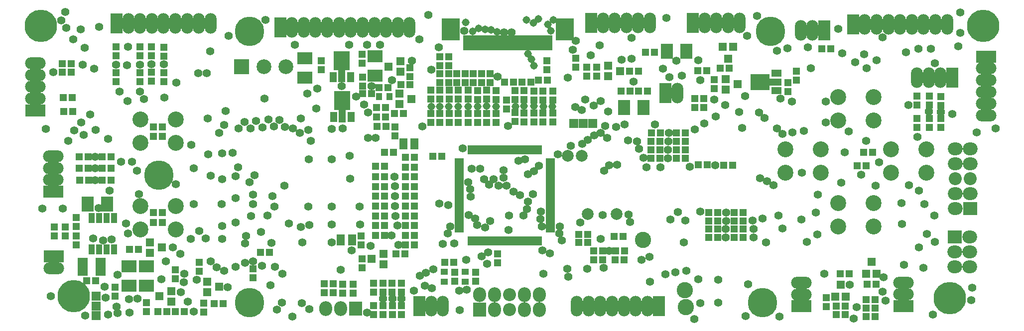
<source format=gts>
G04 (created by PCBNEW-RS274X (2011-11-27 BZR 3249)-stable) date 7/05/2012 8:41:18 p.m.*
G01*
G70*
G90*
%MOIN*%
G04 Gerber Fmt 3.4, Leading zero omitted, Abs format*
%FSLAX34Y34*%
G04 APERTURE LIST*
%ADD10C,0.020000*%
%ADD11C,0.106600*%
%ADD12O,0.079100X0.138100*%
%ADD13R,0.079100X0.138100*%
%ADD14R,0.055000X0.075000*%
%ADD15R,0.045000X0.051500*%
%ADD16R,0.051500X0.045000*%
%ADD17C,0.108600*%
%ADD18R,0.056000X0.056000*%
%ADD19R,0.094800X0.086900*%
%ADD20O,0.098700X0.086900*%
%ADD21C,0.086900*%
%ADD22R,0.060000X0.030000*%
%ADD23R,0.030000X0.060000*%
%ADD24R,0.030000X0.100000*%
%ADD25R,0.120000X0.150000*%
%ADD26R,0.047600X0.067200*%
%ADD27R,0.047600X0.098700*%
%ADD28R,0.106600X0.130300*%
%ADD29C,0.197200*%
%ADD30C,0.216900*%
%ADD31R,0.040000X0.065000*%
%ADD32R,0.059400X0.059400*%
%ADD33O,0.138100X0.079100*%
%ADD34R,0.138100X0.079100*%
%ADD35C,0.079100*%
%ADD36R,0.067200X0.047600*%
%ADD37R,0.098700X0.047600*%
%ADD38R,0.130300X0.106600*%
%ADD39R,0.051500X0.043600*%
%ADD40R,0.098700X0.098700*%
%ADD41C,0.098700*%
%ADD42R,0.086900X0.094800*%
%ADD43O,0.086900X0.098700*%
%ADD44R,0.100000X0.080000*%
%ADD45R,0.080000X0.100000*%
%ADD46R,0.070000X0.120000*%
%ADD47R,0.043600X0.051500*%
%ADD48C,0.055400*%
%ADD49C,0.051500*%
G04 APERTURE END LIST*
G54D10*
G54D11*
X66890Y-25276D03*
X66890Y-26850D03*
X69252Y-25276D03*
X69252Y-26850D03*
X72795Y-23267D03*
X72795Y-21693D03*
X70433Y-23267D03*
X70433Y-21693D03*
X20197Y-25473D03*
X20197Y-27047D03*
X22559Y-25473D03*
X22559Y-27047D03*
X20197Y-19685D03*
X20197Y-21259D03*
X22559Y-19685D03*
X22559Y-21259D03*
X69252Y-19763D03*
X69252Y-18189D03*
X66890Y-19763D03*
X66890Y-18189D03*
X65709Y-23267D03*
X65709Y-21693D03*
X63347Y-23267D03*
X63347Y-21693D03*
G54D12*
X20162Y-13260D03*
X19375Y-13260D03*
G54D13*
X18587Y-13260D03*
G54D12*
X20949Y-13260D03*
X21737Y-13260D03*
X22524Y-13260D03*
X23311Y-13260D03*
X24098Y-13260D03*
X24886Y-13260D03*
G54D14*
X34342Y-27756D03*
X33592Y-27756D03*
X38525Y-21315D03*
X37775Y-21315D03*
G54D15*
X36510Y-27450D03*
X35910Y-27450D03*
X36510Y-26800D03*
X35910Y-26800D03*
X36510Y-24832D03*
X35910Y-24832D03*
X36510Y-23523D03*
X35910Y-23523D03*
G54D16*
X35035Y-15322D03*
X35035Y-15922D03*
G54D15*
X36510Y-26151D03*
X35910Y-26151D03*
X36510Y-25491D03*
X35910Y-25491D03*
X36510Y-24173D03*
X35910Y-24173D03*
X36509Y-22815D03*
X35909Y-22815D03*
X50133Y-27392D03*
X49533Y-27392D03*
X51897Y-27539D03*
X52497Y-27539D03*
G54D16*
X32293Y-15753D03*
X32293Y-16353D03*
X34951Y-27476D03*
X34951Y-28076D03*
G54D15*
X49533Y-27933D03*
X50133Y-27933D03*
X38518Y-28090D03*
X37918Y-28090D03*
X35644Y-17953D03*
X35044Y-17953D03*
X15064Y-19144D03*
X15664Y-19144D03*
X59228Y-22740D03*
X59828Y-22740D03*
G54D16*
X36413Y-32141D03*
X36413Y-32741D03*
G54D15*
X51964Y-29085D03*
X52564Y-29085D03*
X14956Y-16535D03*
X15556Y-16535D03*
X53529Y-17795D03*
X54129Y-17795D03*
G54D16*
X37043Y-32141D03*
X37043Y-32741D03*
X37665Y-32141D03*
X37665Y-32741D03*
X47386Y-16367D03*
X47386Y-15767D03*
G54D15*
X45162Y-17173D03*
X44562Y-17173D03*
G54D16*
X43021Y-16620D03*
X43021Y-17220D03*
X41918Y-16620D03*
X41918Y-17220D03*
X43572Y-16620D03*
X43572Y-17220D03*
X42470Y-16620D03*
X42470Y-17220D03*
X41367Y-16620D03*
X41367Y-17220D03*
G54D15*
X47426Y-17043D03*
X46826Y-17043D03*
X45708Y-17181D03*
X46308Y-17181D03*
X37111Y-21894D03*
X36511Y-21894D03*
X37918Y-22224D03*
X38518Y-22224D03*
X38508Y-27450D03*
X37908Y-27450D03*
X38518Y-26151D03*
X37918Y-26151D03*
X38518Y-24832D03*
X37918Y-24832D03*
X38518Y-23523D03*
X37918Y-23523D03*
G54D16*
X37035Y-30653D03*
X37035Y-31253D03*
G54D15*
X38518Y-26800D03*
X37918Y-26800D03*
X38519Y-25491D03*
X37919Y-25491D03*
X38518Y-24173D03*
X37918Y-24173D03*
X38518Y-22873D03*
X37918Y-22873D03*
X57516Y-22736D03*
X58131Y-22736D03*
G54D16*
X36410Y-30657D03*
X36410Y-31257D03*
X37658Y-30657D03*
X37658Y-31257D03*
G54D15*
X50517Y-28484D03*
X51117Y-28484D03*
X50527Y-29085D03*
X51127Y-29085D03*
X52919Y-16466D03*
X53519Y-16466D03*
G54D16*
X50728Y-16796D03*
X50728Y-16196D03*
X49321Y-15576D03*
X49321Y-16176D03*
X40816Y-15478D03*
X40816Y-16078D03*
X40816Y-17220D03*
X40816Y-16620D03*
X40226Y-17219D03*
X40226Y-16619D03*
X40217Y-15487D03*
X40217Y-16087D03*
X39626Y-19291D03*
X39626Y-19891D03*
X40843Y-19291D03*
X40843Y-19891D03*
X42114Y-19283D03*
X42114Y-19883D03*
X43366Y-19275D03*
X43366Y-19875D03*
X39626Y-17735D03*
X39626Y-18335D03*
X40843Y-17735D03*
X40843Y-18335D03*
X42110Y-17735D03*
X42110Y-18335D03*
X43366Y-17735D03*
X43366Y-18335D03*
X40220Y-19287D03*
X40220Y-19887D03*
X41461Y-19283D03*
X41461Y-19883D03*
X42748Y-19275D03*
X42748Y-19875D03*
X43988Y-19275D03*
X43988Y-19875D03*
X40228Y-17735D03*
X40228Y-18335D03*
X41461Y-17728D03*
X41461Y-18328D03*
X42740Y-17743D03*
X42740Y-18343D03*
X43980Y-17751D03*
X43980Y-18351D03*
X47130Y-19263D03*
X47130Y-19863D03*
X45866Y-19247D03*
X45866Y-19847D03*
X47783Y-19263D03*
X47783Y-19863D03*
X46504Y-19255D03*
X46504Y-19855D03*
X45264Y-19239D03*
X45264Y-19839D03*
X47780Y-17783D03*
X47780Y-18383D03*
X46504Y-17779D03*
X46504Y-18379D03*
X45264Y-17763D03*
X45264Y-18363D03*
X47122Y-17787D03*
X47122Y-18387D03*
X45870Y-17771D03*
X45870Y-18371D03*
G54D15*
X52338Y-17805D03*
X52938Y-17805D03*
X14966Y-15965D03*
X15566Y-15965D03*
X15615Y-18228D03*
X15015Y-18228D03*
X67623Y-30039D03*
X67023Y-30039D03*
X68745Y-31742D03*
X69345Y-31742D03*
G54D16*
X66101Y-31629D03*
X66101Y-32229D03*
G54D15*
X66747Y-32756D03*
X67347Y-32756D03*
X68755Y-32323D03*
X69355Y-32323D03*
G54D17*
X53807Y-27764D03*
G54D15*
X68755Y-32874D03*
X69355Y-32874D03*
G54D18*
X69464Y-30026D03*
X68764Y-30026D03*
X69114Y-29226D03*
X67396Y-31542D03*
X66696Y-31542D03*
X67046Y-30742D03*
X51500Y-16806D03*
X51500Y-16106D03*
X52300Y-16456D03*
G54D16*
X18490Y-30910D03*
X18490Y-31510D03*
G54D15*
X20050Y-28380D03*
X19450Y-28380D03*
G54D18*
X20812Y-28618D03*
X20812Y-27918D03*
X21612Y-28268D03*
G54D15*
X57298Y-18278D03*
X57898Y-18278D03*
X57294Y-18898D03*
X57894Y-18898D03*
X54591Y-15201D03*
X53991Y-15201D03*
X52574Y-28484D03*
X51974Y-28484D03*
G54D19*
X75736Y-25671D03*
G54D20*
X74736Y-25671D03*
X75736Y-24671D03*
X74736Y-24671D03*
G54D21*
X75736Y-23671D03*
X74736Y-23671D03*
G54D20*
X75736Y-22671D03*
X74736Y-22671D03*
X75736Y-21671D03*
X74736Y-21671D03*
G54D16*
X73750Y-18145D03*
X73750Y-18745D03*
G54D22*
X41527Y-27134D03*
X41527Y-22414D03*
X41527Y-22614D03*
X41527Y-22804D03*
X41527Y-23004D03*
X41527Y-23204D03*
X41527Y-23394D03*
X41527Y-23594D03*
X41527Y-23794D03*
X41527Y-23984D03*
X41527Y-24184D03*
X41527Y-24384D03*
X41527Y-24584D03*
X41527Y-24774D03*
X41527Y-24974D03*
X41527Y-25174D03*
X41527Y-25364D03*
X41527Y-25564D03*
X41527Y-25764D03*
X41527Y-25954D03*
X41527Y-26154D03*
X41527Y-26354D03*
X41527Y-26544D03*
X41527Y-26744D03*
X41527Y-26944D03*
G54D23*
X42217Y-21724D03*
X46937Y-21724D03*
X46737Y-21724D03*
X46547Y-21724D03*
X46347Y-21724D03*
X46147Y-21724D03*
X45957Y-21724D03*
X45757Y-21724D03*
X45557Y-21724D03*
X45367Y-21724D03*
X45167Y-21724D03*
X44967Y-21724D03*
X44767Y-21724D03*
X44577Y-21724D03*
X44377Y-21724D03*
X44177Y-21724D03*
X43987Y-21724D03*
X43787Y-21724D03*
X43587Y-21724D03*
X43397Y-21724D03*
X43197Y-21724D03*
X42997Y-21724D03*
X42807Y-21724D03*
X42607Y-21724D03*
X42407Y-21724D03*
X42217Y-27824D03*
X42417Y-27824D03*
X42607Y-27824D03*
X42807Y-27824D03*
X43007Y-27824D03*
X43197Y-27824D03*
X43397Y-27824D03*
X43597Y-27824D03*
X43787Y-27824D03*
X43987Y-27824D03*
X44187Y-27824D03*
X44387Y-27824D03*
X44577Y-27824D03*
X44777Y-27824D03*
X44977Y-27824D03*
X45167Y-27824D03*
X45367Y-27824D03*
X45567Y-27824D03*
X45757Y-27824D03*
X45957Y-27824D03*
X46157Y-27824D03*
X46347Y-27824D03*
X46547Y-27824D03*
X46747Y-27824D03*
X46937Y-27824D03*
G54D22*
X47627Y-27134D03*
X47627Y-26934D03*
X47627Y-26744D03*
X47627Y-26544D03*
X47627Y-26344D03*
X47627Y-26154D03*
X47627Y-25954D03*
X47627Y-25754D03*
X47627Y-25564D03*
X47627Y-25364D03*
X47627Y-25164D03*
X47627Y-24964D03*
X47627Y-24774D03*
X47627Y-24574D03*
X47627Y-24374D03*
X47627Y-24184D03*
X47627Y-23984D03*
X47627Y-23784D03*
X47627Y-23594D03*
X47627Y-23394D03*
X47627Y-23194D03*
X47627Y-23004D03*
X47627Y-22804D03*
X47627Y-22604D03*
X47627Y-22414D03*
G54D19*
X74697Y-27553D03*
G54D20*
X75697Y-27553D03*
X74697Y-28553D03*
X75697Y-28553D03*
X74697Y-29553D03*
X75697Y-29553D03*
G54D24*
X43878Y-14548D03*
X44078Y-14548D03*
X44273Y-14548D03*
X44468Y-14548D03*
X44668Y-14548D03*
X44863Y-14548D03*
X45058Y-14548D03*
X45258Y-14548D03*
X45453Y-14548D03*
X45648Y-14548D03*
X43681Y-14548D03*
X45848Y-14548D03*
X46043Y-14548D03*
X43484Y-14548D03*
X47618Y-14548D03*
X46238Y-14548D03*
X46438Y-14548D03*
X46633Y-14548D03*
X46828Y-14548D03*
X47028Y-14548D03*
X47223Y-14548D03*
X47418Y-14548D03*
X43287Y-14548D03*
X43091Y-14548D03*
X42894Y-14548D03*
X42697Y-14548D03*
X42500Y-14548D03*
X42303Y-14548D03*
X42106Y-14548D03*
X41909Y-14548D03*
G54D25*
X48588Y-13668D03*
X40958Y-13668D03*
G54D26*
X33078Y-16854D03*
G54D27*
X33669Y-16697D03*
G54D26*
X34260Y-16854D03*
G54D28*
X33669Y-15752D03*
G54D26*
X33110Y-19537D03*
G54D27*
X33701Y-19380D03*
G54D26*
X34292Y-19537D03*
G54D28*
X33701Y-18435D03*
G54D15*
X16088Y-22972D03*
X16688Y-22972D03*
X16117Y-23750D03*
X16717Y-23750D03*
G54D16*
X72156Y-18125D03*
X72156Y-18725D03*
G54D15*
X16088Y-22175D03*
X16688Y-22175D03*
G54D16*
X72972Y-18135D03*
X72972Y-18735D03*
G54D15*
X17604Y-22943D03*
X18204Y-22943D03*
X17613Y-23750D03*
X18213Y-23750D03*
G54D16*
X72165Y-19611D03*
X72165Y-20211D03*
G54D15*
X17604Y-22175D03*
X18204Y-22175D03*
G54D16*
X72972Y-19611D03*
X72972Y-20211D03*
X73750Y-19611D03*
X73750Y-20211D03*
G54D15*
X40343Y-22154D03*
X39743Y-22154D03*
G54D29*
X62362Y-13780D03*
G54D30*
X76575Y-13425D03*
G54D29*
X61811Y-31969D03*
G54D30*
X74370Y-31654D03*
G54D29*
X27480Y-31969D03*
G54D30*
X15709Y-31535D03*
G54D29*
X21417Y-23425D03*
G54D30*
X13504Y-13425D03*
G54D29*
X27480Y-13780D03*
G54D16*
X15894Y-27483D03*
X15894Y-28083D03*
X15890Y-26247D03*
X15890Y-26847D03*
G54D31*
X16919Y-26296D03*
X16919Y-28396D03*
X17419Y-26296D03*
X17919Y-26296D03*
X18419Y-26296D03*
X17419Y-28396D03*
X17919Y-28396D03*
X18419Y-28396D03*
G54D15*
X16602Y-30488D03*
X17202Y-30488D03*
G54D16*
X15161Y-26885D03*
X15161Y-27485D03*
X24130Y-29859D03*
X24130Y-29259D03*
X20579Y-32540D03*
X20579Y-31940D03*
G54D15*
X23119Y-32551D03*
X22519Y-32551D03*
X21342Y-32551D03*
X21942Y-32551D03*
X25106Y-32020D03*
X25706Y-32020D03*
G54D16*
X24421Y-31976D03*
X24421Y-32576D03*
G54D18*
X24651Y-31240D03*
X24651Y-30540D03*
X25451Y-30890D03*
X22239Y-31189D03*
X22239Y-31889D03*
X21439Y-31539D03*
G54D16*
X35791Y-30661D03*
X35791Y-31261D03*
X35780Y-32741D03*
X35780Y-32141D03*
X34413Y-31324D03*
X34413Y-30724D03*
X33736Y-31316D03*
X33736Y-30716D03*
X33091Y-31305D03*
X33091Y-30705D03*
X32472Y-31297D03*
X32472Y-30697D03*
X50039Y-16192D03*
X50039Y-16792D03*
G54D17*
X56618Y-31114D03*
X56689Y-32244D03*
G54D32*
X17205Y-32173D03*
X17205Y-32813D03*
X17205Y-31533D03*
G54D16*
X58571Y-17027D03*
X58571Y-17627D03*
G54D12*
X51925Y-13216D03*
X51138Y-13216D03*
G54D13*
X50350Y-13216D03*
G54D12*
X52712Y-13216D03*
X53500Y-13216D03*
X54287Y-13216D03*
X69454Y-13331D03*
X68667Y-13331D03*
G54D13*
X67879Y-13331D03*
G54D12*
X70241Y-13331D03*
X71029Y-13331D03*
X71816Y-13331D03*
X72603Y-13331D03*
X73390Y-13331D03*
X74178Y-13331D03*
G54D33*
X76795Y-17055D03*
X76795Y-16268D03*
G54D34*
X76795Y-15480D03*
G54D33*
X76795Y-17842D03*
X76795Y-18630D03*
X76795Y-19417D03*
G54D12*
X31114Y-13520D03*
X30326Y-13520D03*
G54D13*
X29539Y-13520D03*
G54D12*
X31901Y-13520D03*
X32689Y-13520D03*
X33476Y-13520D03*
X34263Y-13520D03*
X35051Y-13520D03*
X35838Y-13520D03*
X36626Y-13520D03*
X37413Y-13520D03*
X38200Y-13520D03*
G54D33*
X13142Y-17504D03*
X13142Y-18291D03*
G54D34*
X13142Y-19079D03*
G54D33*
X13142Y-16717D03*
X13142Y-15929D03*
X14399Y-29654D03*
G54D34*
X14399Y-28866D03*
G54D33*
X71252Y-30611D03*
X71252Y-31398D03*
G54D34*
X71252Y-32186D03*
G54D33*
X64413Y-30626D03*
X64413Y-31413D03*
G54D34*
X64413Y-32201D03*
G54D12*
X72945Y-16882D03*
X73732Y-16882D03*
G54D13*
X74520Y-16882D03*
G54D12*
X72158Y-16882D03*
X53326Y-32201D03*
X54113Y-32201D03*
G54D13*
X54901Y-32201D03*
G54D12*
X52539Y-32201D03*
X51751Y-32201D03*
X50964Y-32201D03*
X50177Y-32201D03*
X49390Y-32201D03*
X56107Y-17912D03*
G54D13*
X55319Y-17912D03*
G54D35*
X50133Y-26035D03*
X52055Y-26035D03*
G54D15*
X54366Y-21153D03*
X54966Y-21153D03*
X54362Y-22291D03*
X54962Y-22291D03*
X58232Y-26480D03*
X58832Y-26480D03*
X58221Y-27586D03*
X58821Y-27586D03*
X54378Y-20582D03*
X54978Y-20582D03*
X54362Y-21724D03*
X54962Y-21724D03*
X58228Y-25917D03*
X58828Y-25917D03*
X58225Y-27031D03*
X58825Y-27031D03*
G54D16*
X20146Y-17150D03*
X20146Y-16550D03*
X21756Y-17146D03*
X21756Y-16546D03*
G54D15*
X21658Y-26598D03*
X21058Y-26598D03*
G54D16*
X18563Y-17158D03*
X18563Y-16558D03*
X20921Y-17139D03*
X20921Y-16539D03*
G54D15*
X21658Y-20835D03*
X21058Y-20835D03*
G54D16*
X18559Y-15434D03*
X18559Y-14834D03*
X20921Y-15434D03*
X20921Y-14834D03*
G54D15*
X21650Y-20205D03*
X21050Y-20205D03*
X56054Y-20578D03*
X56654Y-20578D03*
X56051Y-21728D03*
X56651Y-21728D03*
X59921Y-25916D03*
X60521Y-25916D03*
X59924Y-27035D03*
X60524Y-27035D03*
G54D16*
X20142Y-15434D03*
X20142Y-14834D03*
X21752Y-15454D03*
X21752Y-14854D03*
G54D15*
X21639Y-25933D03*
X21039Y-25933D03*
X56051Y-21149D03*
X56651Y-21149D03*
X56051Y-22287D03*
X56651Y-22287D03*
X59924Y-26476D03*
X60524Y-26476D03*
X59909Y-27590D03*
X60509Y-27590D03*
G54D36*
X62760Y-17764D03*
G54D37*
X62603Y-17173D03*
G54D36*
X62760Y-16582D03*
G54D38*
X61658Y-17173D03*
G54D16*
X64075Y-17056D03*
X64075Y-16456D03*
X63524Y-17212D03*
X63524Y-17812D03*
G54D15*
X58995Y-16272D03*
X59595Y-16272D03*
G54D12*
X64374Y-13721D03*
X65161Y-13721D03*
G54D13*
X65949Y-13721D03*
G54D18*
X59352Y-17673D03*
X59352Y-16973D03*
X60152Y-17323D03*
G54D32*
X49819Y-19969D03*
X50459Y-19969D03*
X49179Y-19969D03*
G54D15*
X65798Y-14969D03*
X66398Y-14969D03*
G54D33*
X14342Y-22945D03*
X14342Y-23732D03*
G54D34*
X14342Y-24520D03*
G54D33*
X14342Y-22158D03*
G54D16*
X42606Y-29928D03*
X42606Y-30528D03*
G54D15*
X41158Y-29260D03*
X40558Y-29260D03*
G54D16*
X41212Y-29917D03*
X41212Y-30517D03*
G54D12*
X40429Y-32177D03*
X39642Y-32177D03*
G54D13*
X38854Y-32177D03*
G54D16*
X27732Y-30304D03*
X27732Y-29704D03*
G54D15*
X69186Y-21894D03*
X68586Y-21894D03*
X28831Y-28598D03*
X28231Y-28598D03*
X68753Y-22780D03*
X68153Y-22780D03*
X67346Y-32205D03*
X66746Y-32205D03*
G54D39*
X41933Y-29893D03*
X41933Y-30563D03*
X40519Y-29893D03*
X40519Y-30563D03*
G54D16*
X14421Y-26885D03*
X14421Y-27485D03*
X22524Y-30367D03*
X22524Y-29767D03*
X35016Y-29023D03*
X35016Y-29623D03*
G54D18*
X36463Y-28674D03*
X36463Y-29374D03*
X35663Y-29024D03*
G54D40*
X26965Y-16150D03*
G54D41*
X28441Y-16150D03*
X29917Y-16150D03*
G54D42*
X34579Y-32358D03*
G54D43*
X33579Y-32358D03*
X32579Y-32358D03*
G54D15*
X37291Y-28681D03*
X37891Y-28681D03*
G54D18*
X59160Y-14830D03*
X59860Y-14830D03*
X59510Y-15630D03*
G54D15*
X57500Y-16420D03*
X58100Y-16420D03*
G54D44*
X31197Y-15590D03*
X31197Y-16890D03*
X35902Y-15472D03*
X35902Y-16772D03*
X19429Y-30839D03*
X19429Y-29539D03*
X20591Y-30839D03*
X20591Y-29539D03*
G54D45*
X16669Y-25358D03*
X17969Y-25358D03*
X52570Y-18880D03*
X53870Y-18880D03*
G54D46*
X16337Y-29571D03*
X17537Y-29571D03*
G54D45*
X55429Y-15126D03*
X56729Y-15126D03*
G54D35*
X48803Y-22110D03*
X49724Y-22110D03*
G54D18*
X37517Y-18657D03*
X37517Y-17957D03*
X38317Y-18307D03*
X37581Y-15804D03*
X37581Y-16504D03*
X36781Y-16154D03*
G54D47*
X36169Y-18142D03*
X36839Y-18142D03*
G54D15*
X35976Y-18906D03*
X36576Y-18906D03*
X36007Y-20169D03*
X36607Y-20169D03*
G54D16*
X37205Y-20776D03*
X37205Y-20176D03*
X38224Y-16812D03*
X38224Y-16212D03*
G54D15*
X38233Y-17370D03*
X37633Y-17370D03*
X35987Y-19539D03*
X36587Y-19539D03*
X37184Y-19295D03*
X37784Y-19295D03*
X36769Y-17567D03*
X36169Y-17567D03*
G54D16*
X35059Y-16861D03*
X35059Y-17461D03*
X44693Y-19005D03*
X44693Y-18405D03*
G54D12*
X58728Y-13236D03*
X57941Y-13236D03*
G54D13*
X57153Y-13236D03*
G54D12*
X59515Y-13236D03*
X60303Y-13236D03*
G54D15*
X69414Y-30728D03*
X68814Y-30728D03*
G54D42*
X42898Y-32433D03*
G54D43*
X42898Y-31433D03*
X43898Y-32433D03*
X43898Y-31433D03*
G54D21*
X44898Y-32433D03*
X44898Y-31433D03*
G54D43*
X45898Y-32433D03*
X45898Y-31433D03*
X46898Y-32433D03*
X46898Y-31433D03*
G54D16*
X44091Y-28688D03*
X44091Y-29288D03*
G54D48*
X40768Y-27313D03*
X35571Y-28159D03*
X38843Y-14327D03*
X17181Y-20374D03*
X55390Y-12898D03*
X18240Y-27709D03*
X16201Y-13650D03*
X48992Y-21453D03*
X31585Y-21132D03*
X61205Y-27583D03*
X59366Y-27590D03*
X23598Y-21394D03*
X50547Y-20756D03*
X66059Y-19894D03*
X66047Y-18504D03*
X58646Y-22744D03*
X38362Y-15752D03*
X39441Y-12697D03*
X52961Y-26547D03*
X36410Y-31701D03*
X24890Y-23441D03*
X24898Y-29197D03*
X19634Y-22524D03*
X15354Y-21122D03*
X35906Y-20913D03*
X49748Y-21339D03*
X29104Y-20148D03*
X37224Y-24813D03*
X29035Y-24813D03*
X29843Y-20187D03*
X29833Y-24134D03*
X37215Y-24163D03*
X54291Y-30551D03*
X25280Y-29579D03*
X51200Y-29630D03*
X25453Y-20591D03*
X37658Y-31682D03*
X25772Y-20051D03*
X25772Y-29839D03*
X73317Y-26132D03*
X72815Y-27358D03*
X45807Y-26132D03*
X72299Y-24465D03*
X46469Y-24673D03*
X46122Y-25197D03*
X46053Y-25699D03*
X22362Y-28268D03*
X30915Y-26900D03*
X30866Y-20583D03*
X35642Y-17441D03*
X35425Y-20913D03*
X50130Y-21043D03*
G54D49*
X46504Y-18803D03*
X47825Y-13022D03*
X47648Y-13750D03*
X47756Y-18819D03*
X42433Y-13799D03*
X39638Y-18819D03*
X46035Y-13024D03*
X41949Y-13193D03*
X42805Y-13583D03*
X40209Y-18815D03*
X40823Y-18815D03*
X43238Y-13642D03*
X41441Y-18807D03*
X43652Y-13691D03*
X44055Y-13839D03*
X42114Y-18815D03*
X46122Y-15276D03*
X42752Y-18807D03*
X43358Y-18803D03*
X46339Y-15650D03*
X43972Y-18815D03*
X46526Y-16083D03*
X46472Y-13236D03*
X45283Y-18807D03*
X47451Y-13337D03*
X47138Y-18831D03*
X46821Y-12963D03*
X45870Y-18799D03*
G54D48*
X59374Y-25909D03*
X62878Y-26114D03*
X46858Y-22791D03*
X52819Y-21106D03*
X63031Y-18303D03*
X61669Y-23614D03*
X44673Y-24130D03*
X72244Y-14961D03*
X37205Y-25482D03*
X42126Y-23886D03*
X64598Y-20465D03*
X55551Y-20582D03*
X55516Y-21153D03*
X63831Y-20547D03*
X53421Y-21146D03*
X46531Y-23146D03*
X46110Y-23358D03*
X53555Y-21642D03*
X45154Y-24535D03*
X42264Y-24360D03*
X63783Y-18476D03*
X73071Y-14961D03*
X62114Y-23839D03*
X37378Y-26803D03*
X62795Y-20276D03*
X55500Y-21724D03*
X55500Y-22291D03*
X63169Y-20661D03*
X53843Y-22260D03*
X44472Y-23098D03*
X31406Y-20382D03*
X51000Y-20598D03*
X24118Y-27165D03*
X30134Y-26642D03*
X30394Y-20305D03*
X21898Y-29181D03*
X40413Y-28016D03*
X47083Y-28472D03*
X29681Y-30020D03*
X37175Y-23524D03*
X61583Y-19232D03*
X45579Y-24748D03*
X62555Y-24083D03*
X42274Y-24862D03*
X72303Y-28268D03*
X72663Y-25359D03*
X72598Y-29634D03*
X51545Y-28484D03*
X49134Y-15012D03*
X50929Y-14717D03*
X52402Y-15699D03*
X49299Y-18862D03*
X24695Y-19636D03*
X26722Y-22884D03*
X42917Y-23000D03*
X26752Y-20305D03*
X28252Y-27213D03*
X28346Y-20226D03*
X24043Y-16579D03*
X36988Y-27451D03*
X20921Y-15996D03*
X21756Y-15996D03*
X42343Y-22976D03*
X21772Y-18232D03*
X27933Y-19774D03*
X27825Y-23425D03*
X61165Y-26469D03*
X59378Y-26476D03*
X26545Y-29567D03*
X28327Y-29492D03*
X43016Y-28862D03*
X26545Y-26575D03*
X17165Y-23740D03*
X27598Y-26142D03*
X27707Y-29203D03*
X43441Y-28602D03*
X17165Y-22972D03*
X44484Y-23598D03*
X17146Y-22175D03*
X73740Y-19183D03*
X51224Y-23138D03*
X68752Y-21122D03*
X72953Y-19154D03*
X51567Y-22760D03*
X67331Y-21898D03*
X52098Y-22732D03*
X71585Y-18730D03*
X27268Y-27476D03*
X44142Y-24126D03*
X27146Y-19843D03*
X19311Y-18445D03*
X42583Y-26315D03*
X44852Y-26112D03*
X37244Y-26152D03*
X28740Y-19675D03*
X24630Y-16598D03*
X28681Y-26132D03*
X18559Y-16012D03*
X20146Y-16031D03*
X27480Y-23878D03*
X20150Y-17835D03*
X27559Y-20295D03*
X43815Y-23697D03*
X57917Y-19953D03*
X48760Y-29705D03*
X47165Y-30039D03*
X71299Y-29429D03*
X73339Y-27906D03*
X22866Y-28693D03*
X47047Y-26870D03*
X48130Y-22008D03*
X20071Y-24681D03*
X17800Y-30900D03*
X19230Y-26640D03*
X34185Y-22110D03*
X34220Y-23665D03*
X48228Y-27323D03*
X52591Y-20016D03*
X56157Y-25882D03*
X54976Y-22878D03*
X14350Y-16516D03*
X15236Y-13551D03*
X67667Y-30748D03*
X53728Y-29106D03*
X65953Y-30031D03*
X38878Y-30161D03*
X55996Y-29925D03*
X69862Y-31211D03*
X56728Y-29815D03*
X54268Y-28894D03*
X70059Y-31821D03*
X39299Y-29941D03*
X28878Y-30791D03*
X29498Y-19715D03*
X37043Y-31693D03*
X61217Y-27028D03*
X59358Y-27035D03*
X45020Y-13858D03*
X44102Y-16815D03*
X31945Y-18953D03*
X30339Y-32886D03*
X35161Y-18681D03*
X39661Y-16343D03*
X18016Y-32772D03*
X38492Y-31165D03*
X37470Y-28081D03*
X74921Y-14803D03*
X40915Y-26870D03*
X30915Y-19636D03*
X35406Y-19213D03*
X22882Y-31240D03*
X32980Y-27929D03*
X23760Y-22965D03*
X41559Y-32445D03*
X15740Y-20409D03*
X27173Y-27992D03*
X25665Y-27693D03*
X27728Y-24728D03*
X31480Y-26760D03*
X35366Y-14681D03*
X32004Y-17618D03*
X43504Y-24045D03*
X19409Y-31709D03*
X19996Y-31681D03*
X25650Y-26823D03*
X18780Y-17835D03*
X25654Y-21969D03*
X17409Y-13480D03*
X77422Y-20304D03*
X26559Y-24949D03*
X25665Y-23685D03*
X60858Y-30713D03*
X25626Y-25350D03*
X62941Y-32902D03*
X58870Y-30429D03*
X26024Y-30937D03*
X16444Y-14899D03*
X33642Y-17472D03*
X61835Y-26315D03*
X62043Y-27933D03*
X27189Y-29299D03*
X14902Y-13059D03*
X32992Y-22370D03*
X71150Y-26697D03*
X73339Y-15933D03*
X75839Y-30941D03*
X15701Y-14321D03*
X51110Y-26094D03*
X31433Y-25528D03*
X55319Y-30043D03*
X44819Y-27075D03*
X15169Y-12488D03*
X29169Y-25528D03*
X73228Y-32760D03*
X72181Y-20854D03*
X28941Y-27953D03*
X74527Y-19323D03*
X43602Y-26486D03*
X31457Y-22350D03*
X71406Y-15177D03*
X68610Y-15327D03*
X76142Y-20561D03*
X60689Y-32866D03*
X32992Y-26728D03*
X56650Y-26465D03*
X18898Y-22528D03*
X52854Y-26043D03*
X16398Y-20709D03*
X24539Y-27650D03*
X66902Y-13634D03*
X64866Y-14843D03*
X17028Y-27665D03*
X56543Y-27925D03*
X56429Y-16756D03*
X17382Y-25622D03*
X31035Y-27929D03*
X34842Y-25528D03*
X13606Y-25665D03*
X14173Y-31528D03*
X23110Y-30024D03*
X48779Y-16881D03*
X58870Y-31945D03*
X75047Y-12524D03*
X13858Y-20319D03*
X57650Y-31996D03*
X34890Y-26709D03*
X49634Y-26583D03*
X23760Y-25350D03*
X14976Y-25646D03*
X32992Y-20307D03*
X46978Y-25866D03*
X57512Y-30394D03*
X21571Y-30374D03*
X57657Y-25862D03*
X75780Y-31780D03*
X27709Y-25350D03*
X60661Y-18134D03*
X37020Y-17043D03*
X61457Y-12764D03*
X40189Y-25323D03*
X60783Y-14098D03*
X67091Y-23913D03*
X71110Y-25283D03*
X28551Y-13035D03*
X26539Y-23496D03*
X34323Y-28469D03*
X58701Y-19476D03*
X65059Y-16256D03*
X18591Y-32213D03*
X34614Y-18154D03*
X30504Y-14681D03*
X29642Y-31957D03*
X19465Y-32626D03*
X67923Y-33022D03*
X53043Y-14220D03*
X36209Y-14681D03*
X34161Y-14681D03*
X62772Y-15106D03*
X44518Y-13848D03*
X71610Y-24106D03*
X41858Y-13752D03*
X26071Y-14091D03*
X17087Y-16289D03*
X35370Y-32634D03*
X24839Y-15138D03*
X20417Y-18327D03*
X69850Y-14205D03*
X42024Y-31098D03*
X59331Y-18724D03*
X69445Y-15713D03*
X60445Y-20268D03*
X60260Y-19197D03*
X23551Y-27689D03*
X63161Y-26996D03*
X51500Y-19165D03*
X50531Y-18756D03*
X52035Y-20177D03*
X49945Y-18343D03*
X49328Y-14408D03*
X53201Y-17169D03*
X22575Y-17217D03*
X53043Y-15618D03*
X22551Y-24035D03*
X19303Y-16067D03*
X68409Y-23386D03*
X18018Y-20986D03*
X24709Y-22024D03*
X32992Y-25528D03*
X75051Y-13890D03*
X19358Y-14823D03*
X50314Y-15394D03*
X65480Y-27406D03*
X18130Y-24469D03*
X69382Y-24114D03*
X42736Y-26768D03*
X19949Y-23114D03*
X64795Y-27874D03*
X67571Y-20476D03*
X18650Y-30080D03*
X61949Y-19602D03*
X16488Y-32815D03*
X40165Y-14843D03*
X68795Y-16244D03*
X19354Y-27331D03*
X58598Y-18354D03*
X67150Y-15240D03*
X18654Y-32669D03*
X28480Y-18303D03*
X57291Y-20366D03*
X31366Y-17953D03*
X68016Y-15850D03*
X57260Y-33051D03*
X65512Y-24736D03*
X30972Y-31984D03*
X63496Y-14913D03*
X64429Y-26374D03*
X64469Y-23256D03*
X16819Y-19346D03*
X65382Y-25913D03*
X50992Y-27685D03*
X48268Y-26860D03*
X48396Y-27785D03*
X50098Y-29705D03*
X41189Y-28004D03*
X51000Y-18469D03*
X51280Y-20130D03*
X55165Y-16283D03*
X55638Y-26382D03*
X54051Y-22886D03*
X17866Y-31638D03*
X17673Y-27780D03*
X23764Y-32563D03*
X23953Y-30421D03*
X23370Y-31889D03*
X23083Y-30602D03*
X56965Y-22850D03*
X54626Y-20008D03*
X51406Y-20921D03*
X45929Y-22346D03*
X47587Y-28657D03*
X39776Y-29736D03*
X39228Y-30835D03*
X48819Y-30217D03*
X42156Y-26093D03*
X40797Y-25423D03*
X16211Y-19882D03*
X41768Y-21634D03*
X16319Y-16033D03*
X25886Y-19134D03*
X26348Y-21929D03*
X45477Y-22465D03*
X68120Y-32244D03*
X49713Y-19043D03*
X57650Y-17040D03*
X41516Y-31157D03*
X39689Y-31004D03*
X43401Y-29351D03*
X41992Y-29075D03*
X69606Y-22571D03*
X46959Y-26358D03*
X43248Y-26909D03*
X43177Y-23685D03*
X55598Y-16850D03*
X57520Y-15720D03*
X69921Y-30264D03*
X33709Y-20291D03*
X56059Y-15744D03*
X44780Y-20138D03*
X39067Y-20146D03*
X29201Y-29551D03*
X29323Y-32417D03*
X31480Y-32406D03*
X33581Y-29770D03*
M02*

</source>
